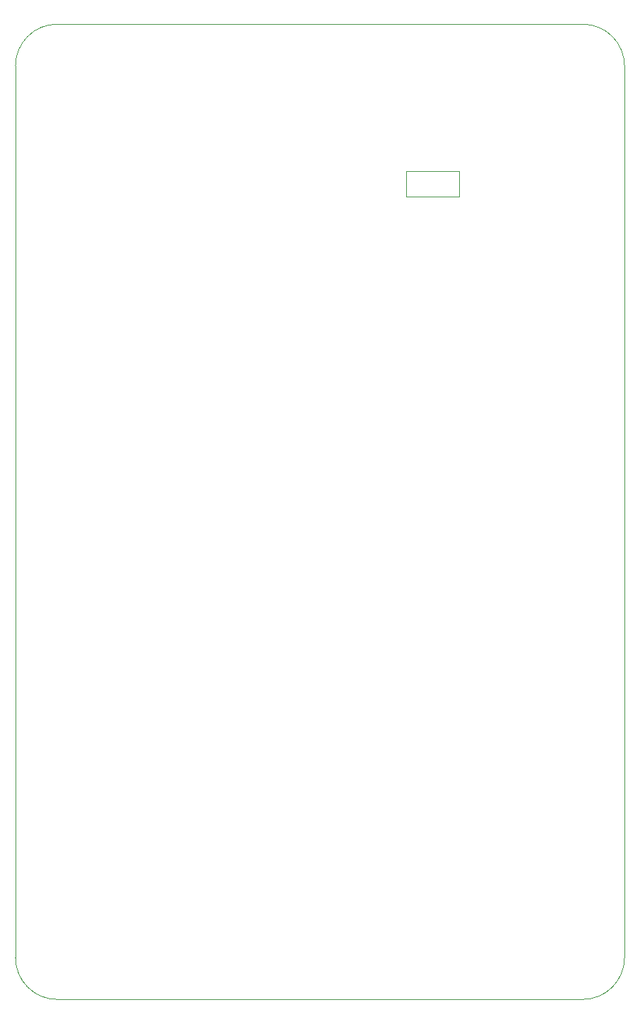
<source format=gm1>
G04 #@! TF.GenerationSoftware,KiCad,Pcbnew,(6.0.7)*
G04 #@! TF.CreationDate,2023-07-18T19:21:53+02:00*
G04 #@! TF.ProjectId,anavi-macro-pad-12,616e6176-692d-46d6-9163-726f2d706164,1.0*
G04 #@! TF.SameCoordinates,Original*
G04 #@! TF.FileFunction,Profile,NP*
%FSLAX46Y46*%
G04 Gerber Fmt 4.6, Leading zero omitted, Abs format (unit mm)*
G04 Created by KiCad (PCBNEW (6.0.7)) date 2023-07-18 19:21:53*
%MOMM*%
%LPD*%
G01*
G04 APERTURE LIST*
G04 #@! TA.AperFunction,Profile*
%ADD10C,0.050000*%
G04 #@! TD*
G04 APERTURE END LIST*
D10*
X47996866Y-138250000D02*
X47996866Y-31491666D01*
X47996870Y-138250000D02*
G75*
G03*
X52996866Y-143250000I5000000J0D01*
G01*
X52996866Y-143250000D02*
X115996866Y-143250000D01*
X115996866Y-143249966D02*
G75*
G03*
X120996866Y-138250000I34J4999966D01*
G01*
X120996866Y-31491666D02*
X120996866Y-138250000D01*
X52996866Y-26491666D02*
G75*
G03*
X47996866Y-31491666I4J-5000004D01*
G01*
X120996934Y-31491666D02*
G75*
G03*
X115996866Y-26491666I-5000034J-34D01*
G01*
X52996866Y-26491666D02*
X115996866Y-26491666D01*
X94792800Y-44094400D02*
X94792800Y-47142400D01*
X101142800Y-47142400D02*
X101142800Y-44094400D01*
X101142800Y-44094400D02*
X94792800Y-44094400D01*
X94792800Y-47142400D02*
X101142800Y-47142400D01*
M02*

</source>
